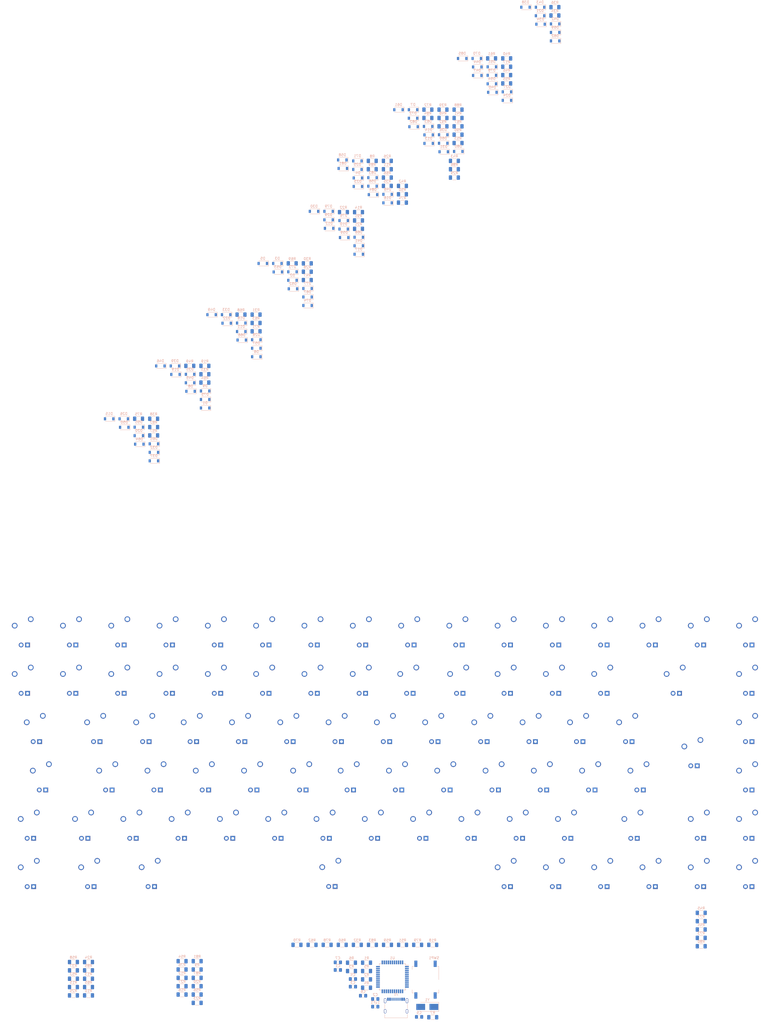
<source format=kicad_pcb>
(kicad_pcb (version 20211014) (generator pcbnew)
  (layers (0 "F.Cu" signal) (31 "B.Cu" signal) (34 "B.Paste" user) (35 "F.Paste" user) (36 "B.SilkS" user "B.Silkscreen") (37 "F.SilkS" user "F.Silkscreen") (38 "B.Mask" user) (39 "F.Mask" user) (44 "Edge.Cuts" user))
  (net 0 "")
  (net 1 "GND")
  (net 2 "+5V")
  (net 3 "RST")
  (net 4 "Net-(C1-Pad2)")
  (net 5 "Net-(C2-Pad2)")
  (net 6 "Net-(C4-Pad2)")
  (net 7 "row1")
  (net 8 "Net-(D1-Pad2)")
  (net 9 "row2")
  (net 10 "Net-(D2-Pad2)")
  (net 11 "Net-(D3-Pad2)")
  (net 12 "Net-(D4-Pad2)")
  (net 13 "Net-(D5-Pad2)")
  (net 14 "Net-(D7-Pad2)")
  (net 15 "Net-(D8-Pad2)")
  (net 16 "Net-(J1-PadA5)")
  (net 17 "D+")
  (net 18 "Net-(J1-PadA7)")
  (net 20 "Net-(J1-PadB6)")
  (net 21 "D-")
  (net 22 "Net-(J1-PadB5)")
  (net 24 "Net-(R1-Pad2)")
  (net 25 "row3")
  (net 26 "col1")
  (net 27 "col2")
  (net 54 "Net-(C3-Pad2)")
  (net 55 "Net-(D6-Pad2)")
  (net 56 "row4")
  (net 57 "row5")
  (net 58 "row6")
  (net 59 "Net-(D9-Pad2)")
  (net 60 "Net-(D10-Pad2)")
  (net 61 "Net-(D11-Pad2)")
  (net 62 "Net-(D12-Pad2)")
  (net 63 "Net-(D13-Pad2)")
  (net 64 "Net-(D14-Pad2)")
  (net 65 "Net-(D15-Pad2)")
  (net 66 "Net-(D16-Pad2)")
  (net 67 "Net-(D17-Pad2)")
  (net 68 "Net-(D18-Pad2)")
  (net 69 "Net-(D19-Pad2)")
  (net 70 "Net-(D20-Pad2)")
  (net 71 "Net-(D21-Pad2)")
  (net 72 "Net-(D22-Pad2)")
  (net 73 "Net-(D23-Pad2)")
  (net 74 "Net-(D24-Pad2)")
  (net 75 "Net-(D25-Pad2)")
  (net 76 "Net-(D26-Pad2)")
  (net 77 "Net-(D27-Pad2)")
  (net 78 "Net-(D28-Pad2)")
  (net 79 "Net-(D29-Pad2)")
  (net 80 "Net-(D30-Pad2)")
  (net 81 "Net-(D31-Pad2)")
  (net 82 "Net-(D32-Pad2)")
  (net 83 "Net-(D33-Pad2)")
  (net 84 "Net-(D34-Pad2)")
  (net 85 "Net-(D35-Pad2)")
  (net 86 "Net-(D36-Pad2)")
  (net 87 "Net-(D37-Pad2)")
  (net 88 "Net-(D38-Pad2)")
  (net 89 "Net-(D39-Pad2)")
  (net 90 "Net-(D40-Pad2)")
  (net 91 "Net-(D41-Pad2)")
  (net 92 "Net-(D42-Pad2)")
  (net 93 "Net-(D43-Pad2)")
  (net 94 "Net-(D44-Pad2)")
  (net 95 "Net-(D45-Pad2)")
  (net 96 "Net-(D46-Pad2)")
  (net 97 "Net-(D47-Pad2)")
  (net 98 "Net-(D48-Pad2)")
  (net 99 "Net-(D49-Pad2)")
  (net 100 "Net-(D50-Pad2)")
  (net 101 "Net-(D51-Pad2)")
  (net 102 "Net-(D52-Pad2)")
  (net 103 "Net-(D53-Pad2)")
  (net 104 "Net-(D54-Pad2)")
  (net 105 "Net-(D55-Pad2)")
  (net 106 "Net-(D56-Pad2)")
  (net 107 "Net-(D57-Pad2)")
  (net 108 "Net-(D58-Pad2)")
  (net 109 "Net-(D59-Pad2)")
  (net 110 "Net-(D60-Pad2)")
  (net 111 "Net-(D61-Pad2)")
  (net 112 "Net-(D62-Pad2)")
  (net 113 "Net-(D63-Pad2)")
  (net 114 "Net-(D64-Pad2)")
  (net 115 "Net-(D65-Pad2)")
  (net 116 "Net-(D66-Pad2)")
  (net 117 "Net-(D67-Pad2)")
  (net 118 "Net-(D68-Pad2)")
  (net 119 "Net-(D69-Pad2)")
  (net 120 "Net-(D70-Pad2)")
  (net 121 "Net-(D71-Pad2)")
  (net 122 "Net-(D72-Pad2)")
  (net 123 "Net-(D73-Pad2)")
  (net 124 "Net-(D74-Pad2)")
  (net 125 "Net-(D75-Pad2)")
  (net 126 "Net-(D76-Pad2)")
  (net 127 "Net-(D77-Pad2)")
  (net 128 "Net-(D78-Pad2)")
  (net 129 "Net-(D79-Pad2)")
  (net 130 "Net-(D80-Pad2)")
  (net 131 "Net-(D81-Pad2)")
  (net 132 "Net-(D82-Pad2)")
  (net 133 "Net-(D83-Pad2)")
  (net 134 "Net-(D84-Pad2)")
  (net 135 "Net-(D85-Pad2)")
  (net 136 "Net-(MX1-Pad3)")
  (net 137 "Net-(MX1-Pad4)")
  (net 138 "Net-(MX2-Pad3)")
  (net 139 "Net-(MX3-Pad3)")
  (net 140 "Net-(MX4-Pad3)")
  (net 141 "Net-(MX5-Pad3)")
  (net 142 "Net-(MX6-Pad3)")
  (net 143 "Net-(MX7-Pad3)")
  (net 144 "Net-(MX8-Pad3)")
  (net 145 "Net-(MX9-Pad3)")
  (net 146 "Net-(MX10-Pad3)")
  (net 147 "Net-(MX11-Pad3)")
  (net 148 "Net-(MX12-Pad3)")
  (net 149 "col3")
  (net 150 "Net-(MX13-Pad3)")
  (net 151 "Net-(MX14-Pad3)")
  (net 152 "Net-(MX15-Pad3)")
  (net 153 "Net-(MX16-Pad3)")
  (net 154 "Net-(MX17-Pad3)")
  (net 155 "Net-(MX18-Pad3)")
  (net 156 "col4")
  (net 157 "Net-(MX19-Pad3)")
  (net 158 "Net-(MX20-Pad3)")
  (net 159 "Net-(MX21-Pad3)")
  (net 160 "Net-(MX22-Pad3)")
  (net 161 "Net-(MX23-Pad3)")
  (net 162 "col5")
  (net 163 "Net-(MX24-Pad3)")
  (net 164 "Net-(MX25-Pad3)")
  (net 165 "Net-(MX26-Pad3)")
  (net 166 "Net-(MX27-Pad3)")
  (net 167 "Net-(MX28-Pad3)")
  (net 168 "col6")
  (net 169 "Net-(MX29-Pad3)")
  (net 170 "Net-(MX30-Pad3)")
  (net 171 "Net-(MX31-Pad3)")
  (net 172 "Net-(MX32-Pad3)")
  (net 173 "Net-(MX33-Pad3)")
  (net 174 "col7")
  (net 175 "Net-(MX34-Pad3)")
  (net 176 "Net-(MX35-Pad3)")
  (net 177 "Net-(MX36-Pad3)")
  (net 178 "Net-(MX37-Pad3)")
  (net 179 "Net-(MX38-Pad3)")
  (net 180 "Net-(MX39-Pad3)")
  (net 181 "col8")
  (net 182 "Net-(MX40-Pad3)")
  (net 183 "Net-(MX41-Pad3)")
  (net 184 "Net-(MX42-Pad3)")
  (net 185 "Net-(MX43-Pad3)")
  (net 186 "Net-(MX44-Pad3)")
  (net 187 "col9")
  (net 188 "Net-(MX45-Pad3)")
  (net 189 "Net-(MX46-Pad3)")
  (net 190 "Net-(MX47-Pad3)")
  (net 191 "Net-(MX48-Pad3)")
  (net 192 "Net-(MX49-Pad3)")
  (net 193 "col10")
  (net 194 "Net-(MX50-Pad3)")
  (net 195 "Net-(MX51-Pad3)")
  (net 196 "Net-(MX52-Pad3)")
  (net 197 "Net-(MX53-Pad3)")
  (net 198 "Net-(MX54-Pad3)")
  (net 199 "Net-(MX55-Pad3)")
  (net 200 "col11")
  (net 201 "Net-(MX56-Pad3)")
  (net 202 "Net-(MX57-Pad3)")
  (net 203 "Net-(MX58-Pad3)")
  (net 204 "Net-(MX59-Pad3)")
  (net 205 "Net-(MX60-Pad3)")
  (net 206 "Net-(MX61-Pad3)")
  (net 207 "col12")
  (net 208 "Net-(MX62-Pad3)")
  (net 209 "Net-(MX63-Pad3)")
  (net 210 "Net-(MX64-Pad3)")
  (net 211 "Net-(MX65-Pad3)")
  (net 212 "Net-(MX66-Pad3)")
  (net 213 "Net-(MX67-Pad3)")
  (net 214 "col13")
  (net 215 "Net-(MX68-Pad3)")
  (net 216 "Net-(MX69-Pad3)")
  (net 217 "Net-(MX70-Pad3)")
  (net 218 "Net-(MX71-Pad3)")
  (net 219 "Net-(MX72-Pad3)")
  (net 220 "Net-(MX73-Pad3)")
  (net 221 "col14")
  (net 222 "Net-(MX74-Pad3)")
  (net 223 "Net-(MX75-Pad3)")
  (net 224 "Net-(MX76-Pad3)")
  (net 225 "Net-(MX77-Pad3)")
  (net 226 "Net-(MX78-Pad3)")
  (net 227 "col15")
  (net 228 "Net-(MX79-Pad3)")
  (net 229 "Net-(MX80-Pad3)")
  (net 230 "Net-(MX81-Pad3)")
  (net 232 "Net-(MX82-Pad3)")
  (net 233 "Net-(MX83-Pad3)")
  (net 234 "Net-(MX84-Pad3)")
  (net 235 "col16")
  (net 236 "Net-(MX85-Pad3)")
  (net 237 "Net-(R10-Pad2)")
  (footprint "MX_Only:MXOnly-1U" (layer "F.Cu") (at 185.7375 76.2)
    (fp_text reference "MX52")
    (fp_text value "O")
  )
  (footprint "MX_Only:MXOnly-1U" (layer "F.Cu") (at 290.195 95.25)
    (fp_text reference "MX82")
    (fp_text value "PgDown")
  )
  (footprint "MX_Only:MXOnly-1U" (layer "F.Cu") (at 271.141541 133.360706)
    (fp_text reference "MX78")
    (fp_text value "A_DWN")
  )
  (footprint "MX_Only:MXOnly-1U" (layer "F.Cu") (at 61.595 38.1)
    (fp_text reference "MX19")
    (fp_text value "F3")
  )
  (footprint "MX_Only:MXOnly-1U" (layer "F.Cu") (at 242.8875 76.2)
    (fp_text reference "MX70")
    (fp_text value "*")
  )
  (footprint "MX_Only:MXOnly-1.25U" (layer "F.Cu") (at 6.83888 133.35811)
    (fp_text reference "MX6")
    (fp_text value "Ctrl_125")
  )
  (footprint "MX_Only:MXOnly-1U" (layer "F.Cu") (at 47.3075 114.3)
    (fp_text reference "MX17")
    (fp_text value "W")
  )
  (footprint "MX_Only:MXOnly-1U" (layer "F.Cu") (at 94.9325 95.25)
    (fp_text reference "MX27")
    (fp_text value "F")
  )
  (footprint "MX_Only:MXOnly-1U" (layer "F.Cu") (at 247.3325 95.25)
    (fp_text reference "MX71")
    (fp_text value "£")
  )
  (footprint "MX_Only:MXOnly-1U" (layer "F.Cu") (at 137.83185 38.114105)
    (fp_text reference "MX40")
    (fp_text value "F7")
  )
  (footprint "MX_Only:MXOnly-1U" (layer "F.Cu") (at 142.5575 114.3)
    (fp_text reference "MX44")
    (fp_text value "N")
  )
  (footprint "MX_Only:MXOnly-1U" (layer "F.Cu") (at 213.995 133.35)
    (fp_text reference "MX61")
    (fp_text value "FN")
  )
  (footprint "MX_Only:MXOnly-1U" (layer "F.Cu") (at 75.8825 95.25)
    (fp_text reference "MX22")
    (fp_text value "D")
  )
  (footprint "MX_Only:MXOnly-2U" (layer "F.Cu") (at 261.62 57.15)
    (fp_text reference "MX75")
    (fp_text value "BckSpc_2")
  )
  (footprint "MX_Only:MXOnly-1U" (layer "F.Cu") (at 4.445 57.15)
    (fp_text reference "MX2")
    (fp_text value "@")
  )
  (footprint "MX_Only:MXOnly-1.25U" (layer "F.Cu") (at 54.528059 133.327068)
    (fp_text reference "MX18")
    (fp_text value "L_Cmd_125")
  )
  (footprint "MX_Only:MXOnly-1U" (layer "F.Cu") (at 52.3875 76.2)
    (fp_text reference "MX15")
    (fp_text value "Z")
  )
  (footprint "MX_Only:MXOnly-1U" (layer "F.Cu") (at 190.1825 95.25)
    (fp_text reference "MX53")
    (fp_text value "L")
  )
  (footprint "MX_Only:MXOnly-1U" (layer "F.Cu") (at 152.0825 95.25)
    (fp_text reference "MX43")
    (fp_text value "J")
  )
  (footprint "MX_Only:MXOnly-1U" (layer "F.Cu") (at 90.17 76.2)
    (fp_text reference "MX26")
    (fp_text value "R")
  )
  (footprint "MX_Only:MXOnly-1U" (layer "F.Cu") (at 28.2575 114.3)
    (fp_text reference "MX11")
    (fp_text value ">")
  )
  (footprint "MX_Only:MXOnly-1U" (layer "F.Cu") (at 213.995 38.1)
    (fp_text reference "MX62")
    (fp_text value "F11")
  )
  (footprint "MX_Only:MXOnly-1U" (layer "F.Cu") (at 33.02 76.2)
    (fp_text reference "MX9")
    (fp_text value "A")
  )
  (footprint "MX_Only:MXOnly-1.75U" (layer "F.Cu") (at 244.94158 114.31038)
    (fp_text reference "MX72")
    (fp_text value "RShift_175")
  )
  (footprint "MX_Only:MXOnly-1U" (layer "F.Cu") (at 123.5075 114.3)
    (fp_text reference "MX38")
    (fp_text value "B")
  )
  (footprint "MX_Only:MXOnly-1U" (layer "F.Cu") (at 290.195 38.1)
    (fp_text reference "MX85")
    (fp_text value "F15")
  )
  (footprint "MX_Only:MXOnly-1U" (layer "F.Cu") (at 114.3 95.25)
    (fp_text reference "MX32")
    (fp_text value "G")
  )
  (footprint "MX_Only:MXOnly-1U" (layer "F.Cu") (at 171.1325 95.25)
    (fp_text reference "MX48")
    (fp_text value "K")
  )
  (footprint "MX_Only:MXOnly-1U" (layer "F.Cu") (at 180.6575 114.3)
    (fp_text reference "MX54")
    (fp_text value ".")
  )
  (footprint "MX_Only:MXOnly-ISO" (layer "F.Cu") (at 268.605 85.725)
    (fp_text reference "MX76")
    (fp_text value "Enter_ISO_125_2")
  )
  (footprint "MX_Only:MXOnly-1U" (layer "F.Cu") (at 194.945 133.35)
    (fp_text reference "MX55")
    (fp_text value "R_Cmd")
  )
  (footprint "MX_Only:MXOnly-6.25U" (layer "F.Cu") (at 125.774552 133.303735)
    (fp_text reference "MX39")
    (fp_text value "Space_625")
  )
  (footprint "MX_Only:MXOnly-1U" (layer "F.Cu") (at 147.32 76.2)
    (fp_text reference "MX42")
    (fp_text value "U")
  )
  (footprint "MX_Only:MXOnly-1U" (layer "F.Cu") (at 80.645 57.15)
    (fp_text reference "MX25")
    (fp_text value "4")
  )
  (footprint "MX_Only:MXOnly-1U" (layer "F.Cu") (at 252.095 133.35)
    (fp_text reference "MX73")
    (fp_text value "A_L")
  )
  (footprint "MX_Only:MXOnly-1U" (layer "F.Cu") (at 290.195 133.35)
    (fp_text reference "MX84")
    (fp_text value "A_R")
  )
  (footprint "MX_Only:MXOnly-1U" (layer "F.Cu") (at 80.645 38.1)
    (fp_text reference "MX24")
    (fp_text value "F4")
  )
  (footprint "MX_Only:MXOnly-1.25U" (layer "F.Cu") (at 30.665711 133.350001)
    (fp_text reference "MX12")
    (fp_text value "L_Opt_125")
  )
  (footprint "MX_Only:MXOnly-1U" (layer "F.Cu") (at 252.095 38.1)
    (fp_text reference "MX74")
    (fp_text value "F13")
  )
  (footprint "MX_Only:MXOnly-1U" (layer "F.Cu") (at 118.745 57.15)
    (fp_text reference "MX35")
    (fp_text value "6")
  )
  (footprint "MX_Only:MXOnly-1U" (layer "F.Cu") (at 175.895 38.1)
    (fp_text reference "MX50")
    (fp_text value "F9")
  )
  (footprint "MX_Only:MXOnly-1U" (layer "F.Cu") (at 42.545 38.1)
    (fp_text reference "MX13")
    (fp_text value "F2")
  )
  (footprint "MX_Only:MXOnly-1U" (layer "F.Cu") (at 176.2125 57.15)
    (fp_text reference "MX51")
    (fp_text value "9")
  )
  (footprint "MX_Only:MXOnly-1.25U" (layer "F.Cu") (at 6.830781 114.299943)
    (fp_text reference "MX5")
    (fp_text value "LShift_125")
  )
  (footprint "MX_Only:MXOnly-1U" (layer "F.Cu") (at 204.7875 76.2)
    (fp_text reference "MX58")
    (fp_text value "P")
  )
  (footprint "MX_Only:MXOnly-1U" (layer "F.Cu") (at 61.595 57.15)
    (fp_text reference "MX20")
    (fp_text value "3")
  )
  (footprint "MX_Only:MXOnly-1U" (layer "F.Cu") (at 271.145 114.3)
    (fp_text reference "MX77")
    (fp_text value "A_UP")
  )
  (footprint "MX_Only:MXOnly-1U" (layer "F.Cu") (at 37.7825 95.25)
    (fp_text reference "MX10")
    (fp_text value "Q")
  )
  (footprint "MX_Only:MXOnly-1.75U" (layer "F.Cu") (at 11.605827 95.25)
    (fp_text reference "MX4")
    (fp_text value "Caps_175")
  )
  (footprint "MX_Only:MXOnly-1U" (layer "F.Cu") (at 128.27 76.2)
    (fp_text reference "MX36")
    (fp_text value "Y")
  )
  (footprint "MX_Only:MXOnly-1U" (layer "F.Cu") (at 156.5275 57.15)
    (fp_text reference "MX46")
    (fp_text value "8")
  )
  (footprint "MX_Only:MXOnly-1U" (layer "F.Cu") (at 118.745 38.1)
    (fp_text reference "MX34")
    (fp_text value "F6")
  )
  (footprint "MX_Only:MXOnly-1U" (layer "F.Cu") (at 223.52 76.2)
    (fp_text reference "MX64")
    (fp_text value "¨")
  )
  (footprint "MX_Only:MXOnly-1U" (layer "F.Cu") (at 290.195 114.3)
    (fp_text reference "MX83")
    (fp_text value "End")
  )
  (footprint "MX_Only:MXOnly-1U" (layer "F.Cu") (at 56.8325 95.25)
    (fp_text reference "MX16")
    (fp_text value "S")
  )
  (footprint "MX_Only:MXOnly-1U" (layer "F.Cu") (at 209.2325 95.25)
    (fp_text reference "MX59")
    (fp_text value "M")
  )
  (footprint "MX_Only:MXOnly-1U" (layer "F.Cu") (at 109.22 76.2)
    (fp_text reference "MX31")
    (fp_text value "T")
  )
  (footprint "MX_Only:MXOnly-1U" (layer "F.Cu") (at 166.37 76.2)
    (fp_text reference "MX47")
    (fp_text value "I")
  )
  (footprint "MX_Only:MXOnly-1U" (layer "F.Cu") (at 213.995 57.15)
    (fp_text reference "MX63")
    (fp_text value ")")
  )
  (footprint "MX_Only:MXOnly-1U" (layer "F.Cu") (at 23.495 57.15)
    (fp_text reference "MX8")
    (fp_text value "1")
  )
  (footprint "MX_Only:MXOnly-1U" (layer "F.Cu") (at 194.945 38.1)
    (fp_text reference "MX56")
    (fp_text value "F10")
  )
  (footprint "MX_Only:MXOnly-1U" (layer "F.Cu") (at 104.4575 114.3)
    (fp_text reference "MX33")
    (fp_text value "V")
  )
  (footprint "MX_Only:MXOnly-1U" (layer "F.Cu") (at 66.3575 114.3)
    (fp_text reference "MX23")
    (fp_text value "X")
  )
  (footprint "MX_Only:MXOnly-1U" (layer "F.Cu") (at 156.910137 38.100001)
    (fp_text reference "MX45")
    (fp_text value "F8")
  )
  (footprint "MX_Only:MXOnly-1U" (layer "F.Cu") (at 71.12 76.2)
    (fp_text reference "MX21")
    (fp_text value "E")
  )
  (footprint "MX_Only:MXOnly-1U" (layer "F.Cu") (at 137.795 57.15)
    (fp_text reference "MX41")
    (fp_text value "7")
  )
  (footprint "MX_Only:MXOnly-1U" (layer "F.Cu") (at 271.145 38.1)
    (fp_text reference "MX79")
    (fp_text value "F14")
  )
  (footprint "MX_Only:MXOnly-1U" (layer "F.Cu") (at 233.045 133.35)
    (fp_text reference "MX67")
    (fp_text value "R_Opt")
  )
  (footprint "MX_Only:MXOnly-1U" (layer "F.Cu") (at 85.4075 114.3)
    (fp_text reference "MX28")
    (fp_text value "C")
  )
  (footprint "MX_Only:MXOnly-1U" (layer "F.Cu") (at 218.7575 114.3)
    (fp_text reference "MX66")
    (fp_text value "+")
  )
  (footprint "MX_Only:MXOnly-1U" (layer "F.Cu") (at 194.945 57.15)
    (fp_text reference "MX57")
    (fp_text value "0")
  )
  (footprint "MX_Only:MXOnly-1U" (layer "F.Cu") (at 42.545 57.15)
    (fp_text reference "MX14")
    (fp_text value "2")
  )
  (footprint "MX_Only:MXOnly-1U" (layer "F.Cu") (at 290.195 57.15)
    (fp_text reference "MX80")
    (fp_text value "Home")
  )
  (footprint "MX_Only:MXOnly-1U" (layer "F.Cu") (at 133.0325 95.25)
    (fp_text reference "MX37")
    (fp_text value "H")
  )
  (footprint "MX_Only:MXOnly-1.5U" (layer "F.Cu") (at 9.2075 76.2)
    (fp_text reference "MX3")
    (fp_text value "Tab_15")
  )
  (footprint "MX_Only:MXOnly-1U" (layer "F.Cu") (at 233.045 38.1)
    (fp_text reference "MX68")
    (fp_text value "F12")
  )
  (footprint "MX_Only:MXOnly-1U" (layer "F.Cu") (at 99.695 57.15)
    (fp_text reference "MX30")
    (fp_text value "5")
  )
  (footprint "MX_Only:MXOnly-1U" (layer "F.Cu") (at 161.6075 114.3)
    (fp_text reference "MX49")
    (fp_text value "?")
  )
  (footprint "MX_Only:MXOnly-1U" (layer "F.Cu") (at 4.445 38.1)
    (fp_text reference "MX1")
    (fp_text value "Esc")
  )
  (footprint "MX_Only:MXOnly-1U" (layer "F.Cu") (at 23.495 38.1)
    (fp_text reference "MX7")
    (fp_text value "F1")
  )
  (footprint "MX_Only:MXOnly-1U" (layer "F.Cu") (at 233.045 57.15)
    (fp_text reference "MX69")
    (fp_text value "-")
  )
  (footprint "MX_Only:MXOnly-1U" (layer "F.Cu") (at 290.195 76.2)
    (fp_text reference "MX81")
    (fp_text value "PgUp")
  )
  (footprint "MX_Only:MXOnly-1U" (layer "F.Cu") (at 228.2825 95.25)
    (fp_text reference "MX65")
    (fp_text value "%")
  )
  (footprint "MX_Only:MXOnly-1U" (layer "F.Cu") (at 99.695 38.1)
    (fp_text reference "MX29")
    (fp_text value "F5")
  )
  (footprint "MX_Only:MXOnly-1U" (layer "F.Cu") (at 199.7075 114.3)
    (fp_text reference "MX60")
    (fp_text value "/")
  )
  (footprint "Diode_SMD:D_SOD-123" (layer "B.Cu") (at 188.87512 -184.7175 180)
    (fp_text reference "D51")
    (fp_text value "1N14148W")
  )
  (footprint "Diode_SMD:D_SOD-123" (layer "B.Cu") (at 69.81512 -60.1675 180)
    (fp_text reference "D45")
    (fp_text value "1N14148W")
  )
  (footprint "Resistor_SMD:R_1206_3216Metric_Pad1.30x1.75mm_HandSolder" (layer "B.Cu") (at 147.6375 -147.6375 180)
    (fp_text reference "R26")
    (fp_text value "680R")
  )
  (footprint "Diode_SMD:D_SOD-123" (layer "B.Cu") (at 136.36512 -117.5375 180)
    (fp_text reference "D68")
    (fp_text value "1N14148W")
  )
  (footprint "Resistor_SMD:R_1206_3216Metric_Pad1.30x1.75mm_HandSolder" (layer "B.Cu") (at 136.26512 -127.4375 180)
    (fp_text reference "R14")
    (fp_text value "680R")
  )
  (footprint "Resistor_SMD:R_1206_3216Metric_Pad1.30x1.75mm_HandSolder" (layer "B.Cu") (at 66.675 174.395 180)
    (fp_text reference "R12")
    (fp_text value "680R")
  )
  (footprint "Resistor_SMD:R_1206_3216Metric_Pad1.30x1.75mm_HandSolder" (layer "B.Cu") (at 139.445 178.2875 180)
    (fp_text reference "R4")
    (fp_text value "10k")
  )
  (footprint "Diode_SMD:D_SOD-123" (layer "B.Cu") (at 130.61512 -117.4175 180)
    (fp_text reference "D59")
    (fp_text value "1N14148W")
  )
  (footprint "Resistor_SMD:R_1206_3216Metric_Pad1.30x1.75mm_HandSolder" (layer "B.Cu") (at 29.7625 181.32 180)
    (fp_text reference "R10")
    (fp_text value "680R")
  )
  (footprint "Resistor_SMD:R_1206_3216Metric_Pad1.30x1.75mm_HandSolder" (layer "B.Cu") (at 141.745 161.3875 180)
    (fp_text reference "R83")
    (fp_text value "680R")
  )
  (footprint "Diode_SMD:D_SOD-123" (layer "B.Cu") (at 90.21512 -77.0175 180)
    (fp_text reference "D66")
    (fp_text value "1N14148W")
  )
  (footprint "Diode_SMD:D_SOD-123" (layer "B.Cu") (at 182.92512 -188.0075 180)
    (fp_text reference "D70")
    (fp_text value "1N14148W")
  )
  (footprint "Diode_SMD:D_SOD-123" (layer "B.Cu") (at 95.96512 -77.1375 180)
    (fp_text reference "D28")
    (fp_text value "1N14148W")
  )
  (footprint "Resistor_SMD:R_1206_3216Metric_Pad1.30x1.75mm_HandSolder" (layer "B.Cu") (at 95.86512 -87.0375 180)
    (fp_text reference "R31")
    (fp_text value "680R")
  )
  (footprint "Diode_SMD:D_SOD-123" (layer "B.Cu") (at 98.51512 -107.2075 180)
    (fp_text reference "D5")
    (fp_text value "1N14148W")
  )
  (footprint "Diode_SMD:D_SOD-123" (layer "B.Cu") (at 136.0375 -140.9075 180)
    (fp_text reference "D4")
    (fp_text value "1N14148W")
  )
  (footprint "Diode_SMD:D_SOD-123" (layer "B.Cu") (at 110.41512 -97.2175 180)
    (fp_text reference "D52")
    (fp_text value "1N14148W")
  )
  (footprint "Diode_SMD:D_SOD-123" (layer "B.Cu") (at 141.7875 -137.6775 180)
    (fp_text reference "D56")
    (fp_text value "1N14148W")
  )
  (footprint "Crystal:Crystal_SMD_5032-2Pin_5.0x3.2mm_HandSoldering" (layer "B.Cu") (at 163.395 185.8475 180)
    (fp_text reference "Y1")
    (fp_text value "16MHZ")
  )
  (footprint "Resistor_SMD:R_1206_3216Metric_Pad1.30x1.75mm_HandSolder" (layer "B.Cu") (at 159.595 161.3875 180)
    (fp_text reference "R79")
    (fp_text value "680R")
  )
  (footprint "Diode_SMD:D_SOD-123" (layer "B.Cu") (at 157.98512 -161.1075 180)
    (fp_text reference "D82")
    (fp_text value "1N14148W")
  )
  (footprint "Diode_SMD:D_SOD-123" (layer "B.Cu") (at 55.56512 -32.7475 180)
    (fp_text reference "D32")
    (fp_text value "1N14148W")
  )
  (footprint "Resistor_SMD:R_1206_3216Metric_Pad1.30x1.75mm_HandSolder" (layer "B.Cu") (at 72.625 171.105 180)
    (fp_text reference "R9")
    (fp_text value "680R")
  )
  (footprint "Resistor_SMD:R_1206_3216Metric_Pad1.30x1.75mm_HandSolder" (layer "B.Cu") (at 133.495 171.7075 180)
    (fp_text reference "R3")
    (fp_text value "22R")
  )
  (footprint "Resistor_SMD:R_1206_3216Metric_Pad1.30x1.75mm_HandSolder" (layer "B.Cu") (at 271.4625 155.345 180)
    (fp_text reference "R44")
    (fp_text value "680R")
  )
  (footprint "Capacitor_SMD:C_0805_2012Metric_Pad1.18x1.45mm_HandSolder" (layer "B.Cu") (at 142.875 182.7275 180)
    (fp_text reference "C2")
    (fp_text value "22pF")
  )
  (footprint "Resistor_SMD:R_1206_3216Metric_Pad1.30x1.75mm_HandSolder" (layer "B.Cu") (at 75.66512 -63.5475 180)
    (fp_text reference "R33")
    (fp_text value "680R")
  )
  (footprint "Resistor_SMD:R_1206_3216Metric_Pad1.30x1.75mm_HandSolder" (layer "B.Cu") (at 175.53512 -161.2575 180)
    (fp_text reference "R67")
    (fp_text value "680R")
  )
  (footprint "Resistor_SMD:R_1206_3216Metric_Pad1.30x1.75mm_HandSolder" (layer "B.Cu") (at 175.53512 -167.8375 180)
    (fp_text reference "R88")
    (fp_text value "680R")
  )
  (footprint "Resistor_SMD:R_1206_3216Metric_Pad1.30x1.75mm_HandSolder" (layer "B.Cu") (at 110.11512 -107.2375 180)
    (fp_text reference "R69")
    (fp_text value "680R")
  )
  (footprint "Resistor_SMD:R_1206_3216Metric_Pad1.30x1.75mm_HandSolder" (layer "B.Cu") (at 111.995 161.3875 180)
    (fp_text reference "R70")
    (fp_text value "680R")
  )
  (footprint "Resistor_SMD:R_1206_3216Metric_Pad1.30x1.75mm_HandSolder" (layer "B.Cu") (at 72.625 184.265 180)
    (fp_text reference "R23")
    (fp_text value "680R")
  )
  (footprint "Diode_SMD:D_SOD-123" (layer "B.Cu") (at 207.88512 -208.2075 180)
    (fp_text reference "D43")
    (fp_text value "1N14148W")
  )
  (footprint "Resistor_SMD:R_1206_3216Metric_Pad1.30x1.75mm_HandSolder" (layer "B.Cu") (at 66.675 167.815 180)
    (fp_text reference "R54")
    (fp_text value "680R")
  )
  (footprint "Resistor_SMD:R_1206_3216Metric_Pad1.30x1.75mm_HandSolder" (layer "B.Cu") (at 29.7625 171.45 180)
    (fp_text reference "R85")
    (fp_text value "680R")
  )
  (footprint "Diode_SMD:D_SOD-123" (layer "B.Cu") (at 110.21512 -100.5675 180)
    (fp_text reference "D2")
    (fp_text value "1N14148W")
  )
  (footprint "Diode_SMD:D_SOD-123" (layer "B.Cu") (at 147.7375 -134.4475 180)
    (fp_text reference "D48")
    (fp_text value "1N14148W")
  )
  (footprint "Capacitor_SMD:C_0805_2012Metric_Pad1.18x1.45mm_HandSolder" (layer "B.Cu") (at 160.165 189.7775 180)
    (fp_text reference "C5")
    (fp_text value "10uF")
  )
  (footprint "Diode_SMD:D_SOD-123" (layer "B.Cu") (at 124.46512 -124.3975 180)
    (fp_text reference "D29")
    (fp_text value "1N14148W")
  )
  (footprint "Diode_SMD:D_SOD-123" (layer "B.Cu") (at 64.06512 -63.4575 180)
    (fp_text reference "D19")
    (fp_text value "1N14148W")
  )
  (footprint "Resistor_SMD:R_1206_3216Metric_Pad1.30x1.75mm_HandSolder" (layer "B.Cu") (at 55.46512 -39.4175 180)
    (fp_text reference "R57")
    (fp_text value "680R")
  )
  (footprint "Resistor_SMD:R_1206_3216Metric_Pad1.30x1.75mm_HandSolder" (layer "B.Cu") (at 55.46512 -45.9975 180)
    (fp_text reference "R38")
    (fp_text value "680R")
  )
  (footprint "Diode_SMD:D_SOD-123" (layer "B.Cu") (at 90.01512 -83.7175 180)
    (fp_text reference "D18")
    (fp_text value "1N14148W")
  )
  (footprint "Diode_SMD:D_SOD-123" (layer "B.Cu") (at 169.68512 -154.5875 180)
    (fp_text reference "D60")
    (fp_text value "1N14148W")
  )
  (footprint "Resistor_SMD:R_1206_3216Metric_Pad1.30x1.75mm_HandSolder" (layer "B.Cu") (at 147.695 161.3875 180)
    (fp_text reference "R59")
    (fp_text value "680R")
  )
  (footprint "Diode_SMD:D_SOD-123" (layer "B.Cu") (at 207.88512 -204.8575 180)
    (fp_text reference "D21")
    (fp_text value "1N14148W")
  )
  (footprint "Resistor_SMD:R_1206_3216Metric_Pad1.30x1.75mm_HandSolder" (layer "B.Cu") (at 153.5875 -134.4775 180)
    (fp_text reference "R50")
    (fp_text value "680R")
  )
  (footprint "Resistor_SMD:R_1206_3216Metric_Pad1.30x1.75mm_HandSolder" (layer "B.Cu") (at 169.58512 -164.5475 180)
    (fp_text reference "R48")
    (fp_text value "680R")
  )
  (footprint "Diode_SMD:D_SOD-123" (layer "B.Cu") (at 104.26512 -107.2075 180)
    (fp_text reference "D3")
    (fp_text value "1N14148W")
  )
  (footprint "Resistor_SMD:R_1206_3216Metric_Pad1.30x1.75mm_HandSolder" (layer "B.Cu") (at 175.53512 -164.5475 180)
    (fp_text reference "R41")
    (fp_text value "680R")
  )
  (footprint "Resistor_SMD:R_1206_3216Metric_Pad1.30x1.75mm_HandSolder" (layer "B.Cu") (at 175.53512 -154.6775 180)
    (fp_text reference "R53")
    (fp_text value "680R")
  )
  (footprint "Resistor_SMD:R_1206_3216Metric_Pad1.30x1.75mm_HandSolder" (layer "B.Cu") (at 153.5875 -137.7675 180)
    (fp_text reference "R42")
    (fp_text value "680R")
  )
  (footprint "Diode_SMD:D_SOD-123" (layer "B.Cu") (at 163.73512 -161.2275 180)
    (fp_text reference "D63")
    (fp_text value "1N14148W")
  )
  (footprint "Diode_SMD:D_SOD-123" (layer "B.Cu") (at 55.56512 -36.0975 180)
    (fp_text reference "D65")
    (fp_text value "1N14148W")
  )
  (footprint "Diode_SMD:D_SOD-123" (layer "B.Cu") (at 84.06512 -87.0075 180)
    (fp_text reference "D33")
    (fp_text value "1N14148W")
  )
  (footprint "Diode_SMD:D_SOD-123" (layer "B.Cu") (at 136.0375 -137.5575 180)
    (fp_text reference "D23")
    (fp_text value "1N14148W")
  )
  (footprint "Capacitor_SMD:C_0805_2012Metric_Pad1.18x1.45mm_HandSolder" (layer "B.Cu") (at 138.065 181.4375 180)
    (fp_text reference "C6")
    (fp_text value "100n")
  )
  (footprint "Diode_SMD:D_SOD-123" (layer "B.Cu") (at 152.03512 -167.8075 180)
    (fp_text reference "D61")
    (fp_text value "1N14148W")
  )
  (footprint "Diode_SMD:D_SOD-123" (layer "B.Cu") (at 208.08512 -201.5075 180)
    (fp_text reference "D34")
    (fp_text value "1N14148W")
  )
  (footprint "Diode_SMD:D_SOD-123" (layer "B.Cu") (at 175.63512 -151.3575 180)
    (fp_text reference "D80")
    (fp_text value "1N14148W")
  )
  (footprint "Resistor_SMD:R_1206_3216Metric_Pad1.30x1.75mm_HandSolder" (layer "B.Cu") (at 153.645 161.3875 180)
    (fp_text reference "R51")
    (fp_text value "680R")
  )
  (footprint "Diode_SMD:D_SOD-123" (layer "B.Cu") (at 124.46512 -127.7475 180)
    (fp_text reference "D79")
    (fp_text value "1N14148W")
  )
  (footprint "Resistor_SMD:R_1206_3216Metric_Pad1.30x1.75mm_HandSolder" (layer "B.Cu") (at 116.06512 -100.6575 180)
    (fp_text reference "R47")
    (fp_text value "680R")
  )
  (footprint "Diode_SMD:D_SOD-123" (layer "B.Cu") (at 116.16512 -93.9875 180)
    (fp_text reference "D67")
    (fp_text value "1N14148W")
  )
  (footprint "Resistor_SMD:R_1206_3216Metric_Pad1.30x1.75mm_HandSolder" (layer "B.Cu") (at 130.31512 -127.4375 180)
    (fp_text reference "R22")
    (fp_text value "680R")
  )
  (footprint "Resistor_SMD:R_1206_3216Metric_Pad1.30x1.75mm_HandSolder" (layer "B.Cu") (at 23.8125 168.16 180)
    (fp_text reference "R58")
    (fp_text value "680R")
  )
  (footprint "Resistor_SMD:R_1206_3216Metric_Pad1.30x1.75mm_HandSolder" (layer "B.Cu") (at 169.58512 -161.2575 180)
    (fp_text reference "R92")
    (fp_text value "680R")
  )
  (footprint "Diode_SMD:D_SOD-123" (layer "B.Cu") (at 189.07512 -174.6675 180)
    (fp_text reference "D40")
    (fp_text value "1N14148W")
  )
  (footprint "Resistor_SMD:R_1206_3216Metric_Pad1.30x1.75mm_HandSolder" (layer "B.Cu") (at 136.26512 -120.8575 180)
    (fp_text reference "R21")
    (fp_text value "680R")
  )
  (footprint "Diode_SMD:D_SOD-123" (layer "B.Cu") (at 213.83512 -198.2775 180)
    (fp_text reference "D69")
    (fp_text value "1N14148W")
  )
  (footprint "Package_QFP:TQFP-44_10x10mm_P0.8mm" (layer "B.Cu") (at 149.645 173.9975 180)
    (fp_text reference "U1")
    (fp_text value "ATmega32U4-AU")
  )
  (footprint "Resistor_SMD:R_1206_3216Metric_Pad1.30x1.75mm_HandSolder" (layer "B.Cu") (at 135.795 161.3875 180)
    (fp_text reference "R32")
    (fp_text value "680R")
  )
  (footprint "Resistor_SMD:R_1206_3216Metric_Pad1.30x1.75mm_HandSolder" (layer "B.Cu") (at 147.6375 -137.7675 180)
    (fp_text reference "R35")
    (fp_text value "680R")
  )
  (footprint "Diode_SMD:D_SOD-123" (layer "B.Cu") (at 147.7375 -131.0975 180)
    (fp_text reference "D16")
    (fp_text value "1N14148W")
  )
  (footprint "Resistor_SMD:R_1206_3216Metric_Pad1.30x1.75mm_HandSolder" (layer "B.Cu") (at 29.7625 178.03 180)
    (fp_text reference "R65")
    (fp_text value "680R")
  )
  (footprint "Resistor_SMD:R_1206_3216Metric_Pad1.30x1.75mm_HandSolder" (layer "B.Cu") (at 49.51512 -45.9975 180)
    (fp_text reference "R75")
    (fp_text value "680R")
  )
  (footprint "Resistor_SMD:R_1206_3216Metric_Pad1.30x1.75mm_HandSolder" (layer "B.Cu") (at 213.73512 -208.2375 180)
    (fp_text reference "R36")
    (fp_text value "680R")
  )
  (footprint "Resistor_SMD:R_1206_3216Metric_Pad1.30x1.75mm_HandSolder" (layer "B.Cu") (at 66.675 177.685 180)
    (fp_text reference "R27")
    (fp_text value "680R")
  )
  (footprint "Diode_SMD:D_SOD-123" (layer "B.Cu") (at 183.12512 -181.3075 180)
    (fp_text reference "D47")
    (fp_text value "1N14148W")
  )
  (footprint "Diode_SMD:D_SOD-123" (layer "B.Cu") (at 188.87512 -178.0175 180)
    (fp_text reference "D54")
    (fp_text value "1N14148W")
  )
  (footprint "Diode_SMD:D_SOD-123" (layer "B.Cu") (at 169.88512 -151.2375 180)
    (fp_text reference "D31")
    (fp_text value "1N14148W")
  )
  (footprint "Capacitor_SMD:C_0805_2012Metric_Pad1.18x1.45mm_HandSolder" (layer "B.Cu") (at 128.115 171.2875 180)
    (fp_text reference "C1")
    (fp_text value "22pF")
  )
  (footprint "Diode_SMD:D_SOD-123" (layer "B.Cu") (at 177.17512 -188.0075 180)
    (fp_text reference "D85")
    (fp_text value "1N14148W")
  )
  (footprint "Resistor_SMD:R_1206_3216Metric_Pad1.30x1.75mm_HandSolder" (layer "B.Cu") (at 66.675 180.975 180)
    (fp_text reference "R16")
    (fp_text value "680R")
  )
  (footprint "Resistor_SMD:R_1206_3216Metric_Pad1.30x1.75mm_HandSolder" (layer "B.Cu") (at 175.53512 -157.9675 180)
    (fp_text reference "R90")
    (fp_text value "680R")
  )
  (footprint "Resistor_SMD:R_1206_3216Metric_Pad1.30x1.75mm_HandSolder" (layer "B.Cu") (at 213.73512 -204.9475 180)
    (fp_text reference "R34")
    (fp_text value "680R")
  )
  (footprint "Button_Switch_SMD:SW_MEC_5GSH9" (layer "B.Cu") (at 162.695 175.0975 180)
    (fp_text reference "SWP1")
    (fp_text value "SW_Push")
  )
  (footprint "Resistor_SMD:R_1206_3216Metric_Pad1.30x1.75mm_HandSolder" (layer "B.Cu") (at 23.8125 174.74 180)
    (fp_text reference "R52")
    (fp_text value "680R")
  )
  (footprint "Resistor_SMD:R_1206_3216Metric_Pad1.30x1.75mm_HandSolder" (layer "B.Cu") (at 163.63512 -167.8375 180)
    (fp_text reference "R72")
    (fp_text value "680R")
  )
  (footprint "Diode_SMD:D_SOD-123" (layer "B.Cu") (at 130.0875 -144.6575 180)
    (fp_text reference "D81")
    (fp_text value "1N14148W")
  )
  (footprint "Resistor_SMD:R_1206_3216Metric_Pad1.30x1.75mm_HandSolder" (layer "B.Cu") (at 133.495 168.4175 180)
    (fp_text reference "R6")
    (fp_text value "5.1k")
  )
  (footprint "Connector_USB:USB_C_Receptacle_Palconn_UTC16-G" (layer "B.Cu") (at 151.075 185.3375 180)
    (fp_text reference "J1")
    (fp_text value "USB_C_Receptacle_USB2.0")
  )
  (footprint "Diode_SMD:D_SOD-123" (layer "B.Cu") (at 116.16512 -90.6375 180)
    (fp_text reference "D74")
    (fp_text value "1N14148W")
  )
  (footprint "Capacitor_SMD:C_0805_2012Metric_Pad1.18x1.45mm_HandSolder" (layer "B.Cu") (at 134.065 177.8675 180)
    (fp_text reference "C3")
    (fp_text value "1u")
  )
  (footprint "Resistor_SMD:R_1206_3216Metric_Pad1.30x1.75mm_HandSolder" (layer "B.Cu") (at 55.46512 -42.7075 180)
    (fp_text reference "R82")
    (fp_text value "680R")
  )
  (footprint "Resistor_SMD:R_1206_3216Metric_Pad1.30x1.75mm_HandSolder" (layer "B.Cu") (at 23.8125 178.03 180)
    (fp_text reference "R15")
    (fp_text value "680R")
  )
  (footprint "Diode_SMD:D_SOD-123" (layer "B.Cu") (at 202.13512 -208.2075 180)
    (fp_text reference "D38")
    (fp_text value "1N14148W")
  )
  (footprint "Diode_SMD:D_SOD-123" (layer "B.Cu") (at 194.82512 -171.4975 180)
    (fp_text reference "D24")
    (fp_text value "1N14148W")
  )
  (footprint "Resistor_SMD:R_1206_3216Metric_Pad1.30x1.75mm_HandSolder" (layer "B.Cu") (at 141.6875 -144.3475 180)
    (fp_text reference "R89")
    (fp_text value "680R")
  )
  (footprint "Diode_SMD:D_SOD-123" (layer "B.Cu") (at 194.82512 -174.8475 180)
    (fp_text reference "D27")
    (fp_text value "1N14148W")
  )
  (footprint "Diode_SMD:D_SOD-123" (layer "B.Cu") (at 43.86512 -42.6175 180)
    (fp_text reference "D50")
    (fp_text value "1N14148W")
  )
  (footprint "Diode_SMD:D_SOD-123" (layer "B.Cu") (at 75.76512 -50.2375 180)
    (fp_text reference "D1")
    (fp_text value "1N14148W")
  )
  (footprint "Resistor_SMD:R_1206_3216Metric_Pad1.30x1.75mm_HandSolder" (layer "B.Cu") (at 129.845 161.3875 180)
    (fp_text reference "R60")
    (fp_text value "680R")
  )
  (footprint "Resistor_SMD:R_1206_3216Metric_Pad1.30x1.75mm_HandSolder" (layer "B.Cu") (at 116.06512 -103.9475 180)
    (fp_text reference "R28")
    (fp_text value "680R")
  )
  (footprint "Resistor_SMD:R_1206_3216Metric_Pad1.30x1.75mm_HandSolder" (layer "B.Cu") (at 89.91512 -87.0375 180)
    (fp_text reference "R68")
    (fp_text value "680R")
  )
  (footprint "Resistor_SMD:R_1206_3216Metric_Pad1.30x1.75mm_HandSolder" (layer "B.Cu") (at 75.66512 -60.2575 180)
    (fp_text reference "R64")
    (fp_text value "680R")
  )
  (footprint "Diode_SMD:D_SOD-123" (layer "B.Cu") (at 116.16512 -97.3375 180)
    (fp_text reference "D77")
    (fp_text value "1N14148W")
  )
  (footprint "Diode_SMD:D_SOD-123" (layer "B.Cu") (at 49.61512 -42.6775 180)
    (fp_text reference "D55")
    (fp_text value "1N14148W")
  )
  (footprint "Resistor_SMD:R_1206_3216Metric_Pad1.30x1.75mm_HandSolder" (layer "B.Cu") (at 139.445 168.4175 180)
    (fp_text reference "R1")
    (fp_text value "1k")
  )
  (footprint "Diode_SMD:D_SOD-123" (layer "B.Cu") (at 188.87512 -181.3675 180)
    (fp_text reference "D78")
    (fp_text value "1N14148W")
  )
  (footprint "Resistor_SMD:R_1206_3216Metric_Pad1.30x1.75mm_HandSolder" (layer "B.Cu") (at 153.5875 -131.1875 180)
    (fp_text reference "R74")
    (fp_text value "680R")
  )
  (footprint "Resistor_SMD:R_1206_3216Metric_Pad1.30x1.75mm_HandSolder" (layer "B.Cu") (at 72.625 167.815 180)
    (fp_text reference "R81")
    (fp_text value "680R")
  )
  (footprint "Diode_SMD:D_SOD-123" (layer "B.Cu") (at 95.96512 -73.7875 180)
    (fp_text reference "D57")
    (fp_text value "1N14148W")
  )
  (footprint "Diode_SMD:D_SOD-123" (layer "B.Cu") (at 58.11512 -66.8075 180)
    (fp_text reference "D46")
    (fp_text value "1N14148W")
  )
  (footprint "Resistor_SMD:R_1206_3216Metric_Pad1.30x1.75mm_HandSolder" (layer "B.Cu") (at 165.545 189.9175 180)
    (fp_text reference "R7")
    (fp_text value "5.1k")
  )
  (footprint "Diode_SMD:D_SOD-123" (layer "B.Cu") (at 78.31512 -87.0075 180)
    (fp_text reference "D49")
    (fp_text value "1N14148W")
  )
  (footprint "Capacitor_SMD:C_0805_2012Metric_Pad1.18x1.45mm_HandSolder" (layer "B.Cu") (at 142.875 185.7375 180)
    (fp_text reference "1uF1")
    (fp_text value "C?")
  )
  (footprint "Diode_SMD:D_SOD-123" (layer "B.Cu") (at 213.83512 -194.9275 180)
    (fp_text reference "D62")
    (fp_text value "1N14148W")
  )
  (footprint "Capacitor_SMD:C_0805_2012Metric_Pad1.18x1.45mm_HandSolder" (layer "B.Cu") (at 128.115 168.2775 180)
    (fp_text reference "C7")
    (fp_text value "100n")
  )
  (footprint "Diode_SMD:D_SOD-123" (layer "B.Cu") (at 213.83512 -201.6275 180)
    (fp_text reference "D42")
    (fp_text value "1N14148W")
  )
  (footprint "Diode_SMD:D_SOD-123" (layer "B.Cu") (at 75.76512 -56.9375 180)
    (fp_text reference "D9")
    (fp_text value "1N14148W")
  )
  (footprint "Resistor_SMD:R_1206_3216Metric_Pad1.30x1.75mm_HandSolder" (layer "B.Cu") (at 117.945 161.3875 180)
    (fp_text reference "R62")
    (fp_text value "680R")
  )
  (footprint "Resistor_SMD:R_1206_3216Metric_Pad1.30x1.75mm_HandSolder" (layer "B.Cu") (at 174.08274 -141.0575 180)
    (fp_text reference "R29")
    (fp_text value "680R")
  )
  (footprint "Diode_SMD:D_SOD-123" (layer "B.Cu") (at 141.9875 -134.3275 180)
    (fp_text reference "D84")
    (fp_text value "1N14148W")
  )
  (footprint "Resistor_SMD:R_1206_3216Metric_Pad1.30x1.75mm_HandSolder" (layer "B.Cu") (at 163.63512 -164.5475 180)
    (fp_text reference "R84")
    (fp_text value "680R")
  )
  (footprint "Resistor_SMD:R_1206_3216Metric_Pad1.30x1.75mm_HandSolder" (layer "B.Cu") (at 174.08274 -147.6375 180)
    (fp_text reference "R43")
    (fp_text value "680R")
  )
  (footprint "Resistor_SMD:R_1206_3216Metric_Pad1.30x1.75mm_HandSolder" (layer "B.Cu") (at 75.66512 -66.8375 180)
    (fp_text reference "R19")
    (fp_text value "680R")
  )
  (footprint "Diode_SMD:D_SOD-123" (layer "B.Cu") (at 157.78512 -167.8075 180)
    (fp_text reference "D7")
    (fp_text value "1N14148W")
  )
  (footprint "Diode_SMD:D_SOD-123" (layer "B.Cu") (at 129.8875 -148.0075 180)
    (fp_text reference "D58")
    (fp_text value "1N14148W")
  )
  (footprint "Resistor_SMD:R_1206_3216Metric_Pad1.30x1.75mm_HandSolder" (layer "B.Cu") (at 72.625 174.395 180)
    (fp_text reference "R87")
    (fp_text value "680R")
  )
  (footprint "Resistor_SMD:R_1206_3216Metric_Pad1.30x1.75mm_HandSolder" (layer "B.Cu") (at 188.77512 -188.0375 180)
    (fp_text reference "R61")
    (fp_text value "680R")
  )
  (footprint "Diode_SMD:D_SOD-123" (layer "B.Cu") (at 49.81512 -35.9775 180)
    (fp_text reference "D64")
    (fp_text value "1N14148W")
  )
  (footprint "Diode_SMD:D_SOD-123" (layer "B.Cu") (at 183.12512 -184.6575 180)
    (fp_text reference "D44")
    (fp_text value "1N14148W")
  )
  (footprint "Diode_SMD:D_SOD-123" (layer "B.Cu") (at 37.91512 -45.9675 180)
    (fp_text reference "D15")
    (fp_text value "1N14148W")
  )
  (footprint "Diode_SMD:D_SOD-123" (layer "B.Cu") (at 141.7875 -141.0275 180)
    (fp_text reference "D83")
    (fp_text value "1N14148W")
  )
  (footprint "Diode_SMD:D_SOD-123" (layer "B.Cu") (at 163.93512 -157.8775 180)
    (fp_text reference "D14")
    (fp_text value "1N14148W")
  )
  (footprint "Capacitor_SMD:C_0805_2012Metric_Pad1.18x1.45mm_HandSolder" (layer "B.Cu") (at 134.065 174.8575 180)
    (fp_text reference "C4")
    (fp_text value "100n")
  )
  (footprint "Resistor_SMD:R_1206_3216Metric_Pad1.30x1.75mm_HandSolder" (layer "B.Cu") (at 174.08274 -144.3475 180)
    (fp_text reference "R86")
    (fp_text value "680R")
  )
  (footprint "Diode_SMD:D_SOD-123" (layer "B.Cu") (at 110.21512 -103.9175 180)
    (fp_text reference "D73")
    (fp_text value "1N14148W")
  )
  (footprint "Diode_SMD:D_SOD-123" (layer "B.Cu") (at 70.01512 -56.8175 180)
    (fp_text reference "D8")
    (fp_text value "1N14148W")
  )
  (footprint "Resistor_SMD:R_1206_3216Metric_Pad1.30x1.75mm_HandSolder" (layer "B.Cu") (at 23.8125 181.32 180)
    (fp_text reference "R25")
    (fp_text value "680R")
  )
  (footprint "Diode_SMD:D_SOD-123" (layer "B.Cu") (at 124.66512 -121.0475 180)
    (fp_text reference "D12")
    (fp_text value "1N14148W")
  )
  (footprint "Diode_SMD:D_SOD-123" (layer "B.Cu") (at 136.36512 -114.1875 180)
    (fp_text reference "D41")
    (fp_text value "1N14148W")
  )
  (footprint "Resistor_SMD:R_1206_3216Metric_Pad1.30x1.75mm_HandSolder" (layer "B.Cu") (at 95.86512 -80.4575 180)
    (fp_text reference "R71")
    (fp_text value "680R")
  )
  (footprint "Resistor_SMD:R_1206_3216Metric_Pad1.30x1.75mm_HandSolder" (layer "B.Cu") (at 165.545 161.3875 180)
    (fp_text reference "R18")
    (fp_text value "680R")
  )
  (footprint "Resistor_SMD:R_1206_3216Metric_Pad1.30x1.75mm_HandSolder" (layer "B.Cu") (at 141.6875 -147.6375 180)
    (fp_text reference "R8")
    (fp_text value "680R")
  )
  (footprint "Resistor_SMD:R_1206_3216Metric_Pad1.30x1.75mm_HandSolder" (layer "B.Cu") (at 139.445 174.9975 180)
    (fp_text reference "R2")
    (fp_text value "330")
  )
  (footprint "Diode_SMD:D_SOD-123" (layer "B.Cu") (at 84.26512 -83.6575 180)
    (fp_text reference "D22")
    (fp_text value "1N14148W")
  )
  (footprint "Diode_SMD:D_SOD-123" (layer "B.Cu") (at 63.86512 -66.8075 180)
    (fp_text reference "D39")
    (fp_text value "1N14148W")
  )
  (footprint "Resistor_SMD:R_1206_3216Metric_Pad1.30x1.75mm_HandSolder" (layer "B.Cu") (at 69.71512 -66.8375 180)
    (fp_text reference "R49")
    (fp_text value "680R")
  )
  (footprint "Resistor_SMD:R_1206_3216Metric_Pad1.30x1.75mm_HandSolder" (layer "B.Cu") (at 95.86512 -83.7475 180)
    (fp_text reference "R63")
    (fp_text value "680R")
  )
  (footprint "Diode_SMD:D_SOD-123" (layer "B.Cu") (at 90.01512 -80.3675 180)
    (fp_text reference "D11")
    (fp_text value "1N14148W")
  )
  (footprint "Resistor_SMD:R_1206_3216Metric_Pad1.30x1.75mm_HandSolder" (layer "B.Cu") (at 271.4625 148.765 180)
    (fp_text reference "R45")
    (fp_text value "680R")
  )
  (footprint "Resistor_SMD:R_1206_3216Metric_Pad1.30x1.75mm_HandSolder" (layer "B.Cu") (at 29.7625 168.16 180)
    (fp_text reference "R24")
    (fp_text value "680R")
  )
  (footprint "Resistor_SMD:R_1206_3216Metric_Pad1.30x1.75mm_HandSolder" (layer "B.Cu") (at 194.72512 -188.0375 180)
    (fp_text reference "R40")
    (fp_text value "680R")
  )
  (footprint "Diode_SMD:D_SOD-123" (layer "B.Cu") (at 55.56512 -29.3975 180)
    (fp_text reference "D37")
    (fp_text value "1N14148W")
  )
  (footprint "Resistor_SMD:R_1206_3216Metric_Pad1.30x1.75mm_HandSolder" (layer "B.Cu") (at 271.4625 158.635 180)
    (fp_text reference "R73")
    (fp_text value "680R")
  )
  (footprint "Diode_SMD:D_SOD-123" (layer "B.Cu") (at 69.81512 -63.5175 180)
    (fp_text reference "D35")
    (fp_text value "1N14148W")
  )
  (footprint "Diode_SMD:D_SOD-123" (layer "B.Cu") (at 118.71512 -127.7475 180)
    (fp_text reference "D30")
    (fp_text value "1N14148W")
  )
  (footprint "Diode_SMD:D_SOD-123" (layer "B.Cu") (at 43.66512 -45.9675 180)
    (fp_text reference "D26")
    (fp_text value "1N14148W")
  )
  (footprint "Resistor_SMD:R_1206_3216Metric_Pad1.30x1.75mm_HandSolder" (layer "B.Cu") (at 194.72512 -178.1675 180)
    (fp_text reference "R55")
    (fp_text value "680R")
  )
  (footprint "Resistor_SMD:R_1206_3216Metric_Pad1.30x1.75mm_HandSolder" (layer "B.Cu") (at 72.625 177.685 180)
    (fp_text reference "R20")
    (fp_text value "680R")
  )
  (footprint "Resistor_SMD:R_1206_3216Metric_Pad1.30x1.75mm_HandSolder" (layer "B.Cu") (at 271.4625 161.925 180)
    (fp_text reference "R80")
    (fp_text value "680R")
  )
  (footprint "Resistor_SMD:R_1206_3216Metric_Pad1.30x1.75mm_HandSolder" (layer "B.Cu") (at 136.26512 -124.1475 180)
    (fp_text reference "R91")
    (fp_text value "680R")
  )
  (footprint "Resistor_SMD:R_1206_3216Metric_Pad1.30x1.75mm_HandSolder" (layer "B.Cu") (at 271.4625 152.055 180)
    (fp_text reference "R77")
    (fp_text value "680R")
  )
  (footprint "Resistor_SMD:R_1206_3216Metric_Pad1.30x1.75mm_HandSolder" (layer "B.Cu") (at 23.8125 171.45 180)
    (fp_text reference "R37")
    (fp_text value "680R")
  )
  (footprint "Diode_SMD:D_SOD-123" (layer "B.Cu") (at 130.41512 -120.7675 180)
    (fp_text reference "D10")
    (fp_text value "1N14148W")
  )
  (footprint "Diode_SMD:D_SOD-123" (layer "B.Cu") (at 163.93512 -154.5275 180)
    (fp_text reference "D13")
    (fp_text value "1N14148W")
  )
  (footprint "Resistor_SMD:R_1206_3216Metric_Pad1.30x1.75mm_HandSolder" (layer "B.Cu") (at 116.06512 -107.2375 180)
    (fp_text reference "R30")
    (fp_text value "680R")
  )
  (footprint "Resistor_SMD:R_1206_3216Metric_Pad1.30x1.75mm_HandSolder" (layer "B.Cu") (at 194.72512 -181.4575 180)
    (fp_text reference "R46")
    (fp_text value "680R")
  )
  (footprint "Diode_SMD:D_SOD-123" (layer "B.Cu") (at 136.36512 -110.8375 180)
    (fp_text reference "D17")
    (fp_text value "1N14148W")
  )
  (footprint "Diode_SMD:D_SOD-123" (layer "B.Cu") (at 135.8375 -144.2575 180)
    (fp_text reference "D25")
    (fp_text value "1N14148W")
  )
  (footprint "Resistor_SMD:R_1206_3216Metric_Pad1.30x1.75mm_HandSolder" (layer "B.Cu") (at 147.6375 -144.3475 180)
    (fp_text reference "R11")
    (fp_text value "680R")
  )
  (footprint "Diode_SMD:D_SOD-123" (layer "B.Cu") (at 49.61512 -39.3275 180)
    (fp_text reference "D20")
    (fp_text value "1N14148W")
  )
  (footprint "Resistor_SMD:R_1206_3216Metric_Pad1.30x1.75mm_HandSolder" (layer "B.Cu") (at 147.6375 -141.0575 180)
    (fp_text reference "R66")
    (fp_text value "680R")
  )
  (footprint "Resistor_SMD:R_1206_3216Metric_Pad1.30x1.75mm_HandSolder" (layer "B.Cu") (at 123.895 161.3875 180)
    (fp_text reference "R78")
    (fp_text value "680R")
  )
  (footprint "Diode_SMD:D_SOD-123" (layer "B.Cu") (at 169.68512 -157.9375 180)
    (fp_text reference "D36")
    (fp_text value "1N14148W")
  )
  (footprint "Diode_SMD:D_SOD-123" (layer "B.Cu") (at 135.8375 -147.6075 180)
    (fp_text reference "D71")
    (fp_text value "1N14148W")
  )
  (footprint "Resistor_SMD:R_1206_3216Metric_Pad1.30x1.75mm_HandSolder" (layer "B.Cu") (at 139.445 171.7075 180)
    (fp_text reference "R5")
    (fp_text value "22R")
  )
  (footprint "Resistor_SMD:R_1206_3216Metric_Pad1.30x1.75mm_HandSolder" (layer "B.Cu") (at 194.72512 -184.7475 180)
    (fp_text reference "R17")
    (fp_text value "680R")
  )
  (footprint "Diode_SMD:D_SOD-123" (layer "B.Cu") (at 95.96512 -70.4375 180)
    (fp_text reference "D6")
    (fp_text value "1N14148W")
  )
  (footprint "Diode_SMD:D_SOD-123" (layer "B.Cu") (at 75.76512 -53.5875 180)
    (fp_text reference "D75")
    (fp_text value "1N14148W")
  )
  (footprint "Diode_SMD:D_SOD-123" (layer "B.Cu") (at 130.41512 -124.1175 180)
    (fp_text reference "D76")
    (fp_text value "1N14148W")
  )
  (footprint "Resistor_SMD:R_1206_3216Metric_Pad1.30x1.75mm_HandSolder" (layer "B.Cu") (at 29.7625 174.74 180)
    (fp_text reference "R13")
    (fp_text value "680R")
  )
  (footprint "Diode_SMD:D_SOD-123" (layer "B.Cu") (at 104.46512 -103.8575 180)
    (fp_text reference "D53")
    (fp_text value "1N14148W")
  )
  (footprint "Diode_SMD:D_SOD-123" (layer "B.Cu") (at 157.78512 -164.4575 180)
    (fp_text reference "D72")
    (fp_text value "1N14148W")
  )
  (footprint "Resistor_SMD:R_1206_3216Metric_Pad1.30x1.75mm_HandSolder" (layer "B.Cu") (at 66.675 171.105 180)
    (fp_text reference "R76")
    (fp_text value "680R")
  )
  (footprint "Resistor_SMD:R_1206_3216Metric_Pad1.30x1.75mm_HandSolder" (layer "B.Cu") (at 169.58512 -167.8375 180)
    (fp_text reference "R39")
    (fp_text value "680R")
  )
  (footprint "Resistor_SMD:R_1206_3216Metric_Pad1.30x1.75mm_HandSolder" (layer "B.Cu") (at 72.625 180.975 180)
    (fp_text reference "R56")
    (fp_text value "680R")
  )
)
</source>
